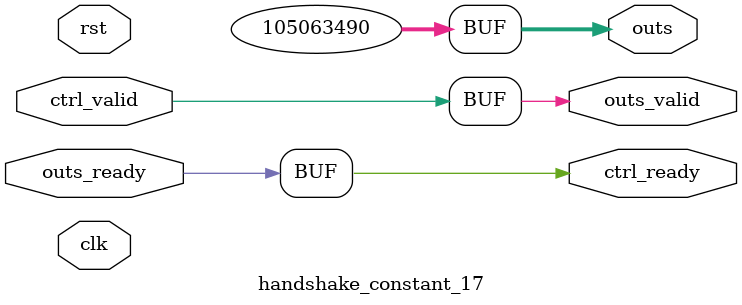
<source format=v>
`timescale 1ns / 1ps
module handshake_constant_17 #(
  parameter DATA_WIDTH = 32  // Default set to 32 bits
) (
  input                       clk,
  input                       rst,
  // Input Channel
  input                       ctrl_valid,
  output                      ctrl_ready,
  // Output Channel
  output [DATA_WIDTH - 1 : 0] outs,
  output                      outs_valid,
  input                       outs_ready
);
  assign outs       = 27'b110010000110010010001000010;
  assign outs_valid = ctrl_valid;
  assign ctrl_ready = outs_ready;

endmodule

</source>
